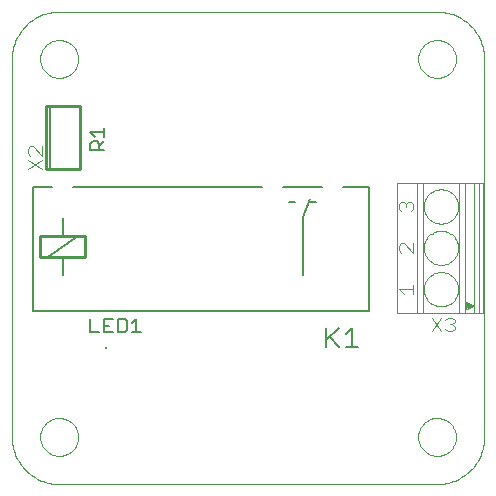
<source format=gto>
G75*
G70*
%OFA0B0*%
%FSLAX24Y24*%
%IPPOS*%
%LPD*%
%AMOC8*
5,1,8,0,0,1.08239X$1,22.5*
%
%ADD10C,0.0060*%
%ADD11C,0.0100*%
%ADD12C,0.0070*%
%ADD13C,0.0040*%
%ADD14C,0.0050*%
%ADD15R,0.0079X0.0079*%
%ADD16C,0.0000*%
D10*
X006309Y009173D02*
X006309Y013323D01*
X006959Y013323D01*
X007659Y013323D02*
X013959Y013323D01*
X014659Y013323D02*
X015959Y013323D01*
X015559Y012923D02*
X015309Y012323D01*
X015309Y010373D01*
X017509Y009173D02*
X017509Y013323D01*
X016659Y013323D01*
X015759Y012823D02*
X015559Y012823D01*
X015059Y012823D02*
X014859Y012823D01*
X017509Y009173D02*
X006309Y009173D01*
X007309Y010373D02*
X007309Y010973D01*
X006809Y010973D02*
X007809Y011673D01*
X007309Y011673D02*
X007309Y012273D01*
X006896Y013978D02*
X006896Y015993D01*
D11*
X006758Y016037D02*
X006758Y013934D01*
X007900Y013934D01*
X007900Y016037D01*
X006758Y016037D01*
X006559Y011673D02*
X007309Y011673D01*
X007809Y011673D01*
X008059Y011673D01*
X008059Y010973D01*
X007309Y010973D01*
X006809Y010973D01*
X006559Y010973D01*
X006559Y011673D01*
D12*
X016100Y008629D02*
X016100Y007998D01*
X016100Y008208D02*
X016521Y008629D01*
X016745Y008418D02*
X016955Y008629D01*
X016955Y007998D01*
X016745Y007998D02*
X017165Y007998D01*
X016521Y007998D02*
X016205Y008313D01*
D13*
X018442Y009128D02*
X019126Y009128D01*
X019126Y013458D01*
X018442Y013458D01*
X018442Y009128D01*
X018677Y009758D02*
X018524Y009911D01*
X018984Y009911D01*
X018984Y009758D02*
X018984Y010065D01*
X019639Y010390D02*
X019641Y010388D01*
X019348Y009915D02*
X019350Y009962D01*
X019356Y010009D01*
X019365Y010055D01*
X019379Y010100D01*
X019396Y010144D01*
X019417Y010187D01*
X019441Y010227D01*
X019468Y010266D01*
X019499Y010302D01*
X019532Y010335D01*
X019568Y010366D01*
X019607Y010393D01*
X019647Y010417D01*
X019690Y010438D01*
X019734Y010455D01*
X019779Y010469D01*
X019825Y010478D01*
X019872Y010484D01*
X019919Y010486D01*
X019966Y010484D01*
X020013Y010478D01*
X020059Y010469D01*
X020104Y010455D01*
X020148Y010438D01*
X020191Y010417D01*
X020231Y010393D01*
X020270Y010366D01*
X020306Y010335D01*
X020339Y010302D01*
X020370Y010266D01*
X020397Y010227D01*
X020421Y010187D01*
X020442Y010144D01*
X020459Y010100D01*
X020473Y010055D01*
X020482Y010009D01*
X020488Y009962D01*
X020490Y009915D01*
X020488Y009868D01*
X020482Y009821D01*
X020473Y009775D01*
X020459Y009730D01*
X020442Y009686D01*
X020421Y009643D01*
X020397Y009603D01*
X020370Y009564D01*
X020339Y009528D01*
X020306Y009495D01*
X020270Y009464D01*
X020231Y009437D01*
X020191Y009413D01*
X020148Y009392D01*
X020104Y009375D01*
X020059Y009361D01*
X020013Y009352D01*
X019966Y009346D01*
X019919Y009344D01*
X019872Y009346D01*
X019825Y009352D01*
X019779Y009361D01*
X019734Y009375D01*
X019690Y009392D01*
X019647Y009413D01*
X019607Y009437D01*
X019568Y009464D01*
X019532Y009495D01*
X019499Y009528D01*
X019468Y009564D01*
X019441Y009603D01*
X019417Y009643D01*
X019396Y009686D01*
X019379Y009730D01*
X019365Y009775D01*
X019356Y009821D01*
X019350Y009868D01*
X019348Y009915D01*
X019314Y009128D02*
X019126Y009128D01*
X019314Y009128D02*
X019314Y013458D01*
X019126Y013458D01*
X019314Y013458D02*
X020516Y013458D01*
X020516Y009128D01*
X020706Y009128D01*
X021025Y009128D01*
X021198Y009128D01*
X021316Y009128D01*
X021316Y013458D01*
X021198Y013458D01*
X021025Y013458D01*
X021025Y009128D01*
X021198Y009128D02*
X021198Y013458D01*
X021025Y013458D02*
X020706Y013458D01*
X020516Y013458D01*
X020706Y013458D02*
X020706Y009128D01*
X020754Y009238D02*
X020754Y009488D01*
X021004Y009363D01*
X020754Y009238D01*
X020754Y009268D02*
X020814Y009268D01*
X020754Y009306D02*
X020891Y009306D01*
X020968Y009345D02*
X020754Y009345D01*
X020754Y009383D02*
X020964Y009383D01*
X020887Y009422D02*
X020754Y009422D01*
X020754Y009460D02*
X020810Y009460D01*
X020516Y009128D02*
X019314Y009128D01*
X019604Y008968D02*
X019910Y008508D01*
X020064Y008585D02*
X020141Y008508D01*
X020294Y008508D01*
X020371Y008585D01*
X020371Y008661D01*
X020294Y008738D01*
X020217Y008738D01*
X020294Y008738D02*
X020371Y008815D01*
X020371Y008892D01*
X020294Y008968D01*
X020141Y008968D01*
X020064Y008892D01*
X019910Y008968D02*
X019604Y008508D01*
X018984Y011133D02*
X018677Y011440D01*
X018601Y011440D01*
X018524Y011363D01*
X018524Y011210D01*
X018601Y011133D01*
X018984Y011133D02*
X018984Y011440D01*
X019639Y011768D02*
X019641Y011766D01*
X019348Y011293D02*
X019350Y011340D01*
X019356Y011387D01*
X019365Y011433D01*
X019379Y011478D01*
X019396Y011522D01*
X019417Y011565D01*
X019441Y011605D01*
X019468Y011644D01*
X019499Y011680D01*
X019532Y011713D01*
X019568Y011744D01*
X019607Y011771D01*
X019647Y011795D01*
X019690Y011816D01*
X019734Y011833D01*
X019779Y011847D01*
X019825Y011856D01*
X019872Y011862D01*
X019919Y011864D01*
X019966Y011862D01*
X020013Y011856D01*
X020059Y011847D01*
X020104Y011833D01*
X020148Y011816D01*
X020191Y011795D01*
X020231Y011771D01*
X020270Y011744D01*
X020306Y011713D01*
X020339Y011680D01*
X020370Y011644D01*
X020397Y011605D01*
X020421Y011565D01*
X020442Y011522D01*
X020459Y011478D01*
X020473Y011433D01*
X020482Y011387D01*
X020488Y011340D01*
X020490Y011293D01*
X020488Y011246D01*
X020482Y011199D01*
X020473Y011153D01*
X020459Y011108D01*
X020442Y011064D01*
X020421Y011021D01*
X020397Y010981D01*
X020370Y010942D01*
X020339Y010906D01*
X020306Y010873D01*
X020270Y010842D01*
X020231Y010815D01*
X020191Y010791D01*
X020148Y010770D01*
X020104Y010753D01*
X020059Y010739D01*
X020013Y010730D01*
X019966Y010724D01*
X019919Y010722D01*
X019872Y010724D01*
X019825Y010730D01*
X019779Y010739D01*
X019734Y010753D01*
X019690Y010770D01*
X019647Y010791D01*
X019607Y010815D01*
X019568Y010842D01*
X019532Y010873D01*
X019499Y010906D01*
X019468Y010942D01*
X019441Y010981D01*
X019417Y011021D01*
X019396Y011064D01*
X019379Y011108D01*
X019365Y011153D01*
X019356Y011199D01*
X019350Y011246D01*
X019348Y011293D01*
X018908Y012508D02*
X018984Y012585D01*
X018984Y012738D01*
X018908Y012815D01*
X018831Y012815D01*
X018754Y012738D01*
X018754Y012661D01*
X018754Y012738D02*
X018677Y012815D01*
X018601Y012815D01*
X018524Y012738D01*
X018524Y012585D01*
X018601Y012508D01*
X019639Y013146D02*
X019641Y013144D01*
X019348Y012671D02*
X019350Y012718D01*
X019356Y012765D01*
X019365Y012811D01*
X019379Y012856D01*
X019396Y012900D01*
X019417Y012943D01*
X019441Y012983D01*
X019468Y013022D01*
X019499Y013058D01*
X019532Y013091D01*
X019568Y013122D01*
X019607Y013149D01*
X019647Y013173D01*
X019690Y013194D01*
X019734Y013211D01*
X019779Y013225D01*
X019825Y013234D01*
X019872Y013240D01*
X019919Y013242D01*
X019966Y013240D01*
X020013Y013234D01*
X020059Y013225D01*
X020104Y013211D01*
X020148Y013194D01*
X020191Y013173D01*
X020231Y013149D01*
X020270Y013122D01*
X020306Y013091D01*
X020339Y013058D01*
X020370Y013022D01*
X020397Y012983D01*
X020421Y012943D01*
X020442Y012900D01*
X020459Y012856D01*
X020473Y012811D01*
X020482Y012765D01*
X020488Y012718D01*
X020490Y012671D01*
X020488Y012624D01*
X020482Y012577D01*
X020473Y012531D01*
X020459Y012486D01*
X020442Y012442D01*
X020421Y012399D01*
X020397Y012359D01*
X020370Y012320D01*
X020339Y012284D01*
X020306Y012251D01*
X020270Y012220D01*
X020231Y012193D01*
X020191Y012169D01*
X020148Y012148D01*
X020104Y012131D01*
X020059Y012117D01*
X020013Y012108D01*
X019966Y012102D01*
X019919Y012100D01*
X019872Y012102D01*
X019825Y012108D01*
X019779Y012117D01*
X019734Y012131D01*
X019690Y012148D01*
X019647Y012169D01*
X019607Y012193D01*
X019568Y012220D01*
X019532Y012251D01*
X019499Y012284D01*
X019468Y012320D01*
X019441Y012359D01*
X019417Y012399D01*
X019396Y012442D01*
X019379Y012486D01*
X019365Y012531D01*
X019356Y012577D01*
X019350Y012624D01*
X019348Y012671D01*
X006609Y013906D02*
X006149Y014213D01*
X006226Y014366D02*
X006149Y014443D01*
X006149Y014596D01*
X006226Y014673D01*
X006302Y014673D01*
X006609Y014366D01*
X006609Y014673D01*
X006609Y014213D02*
X006149Y013906D01*
D14*
X008229Y014541D02*
X008229Y014766D01*
X008304Y014841D01*
X008454Y014841D01*
X008529Y014766D01*
X008529Y014541D01*
X008529Y014691D02*
X008679Y014841D01*
X008679Y015001D02*
X008679Y015301D01*
X008679Y015151D02*
X008229Y015151D01*
X008379Y015001D01*
X008229Y014541D02*
X008679Y014541D01*
X008685Y008924D02*
X008685Y008473D01*
X008985Y008473D01*
X009145Y008473D02*
X009370Y008473D01*
X009445Y008548D01*
X009445Y008848D01*
X009370Y008924D01*
X009145Y008924D01*
X009145Y008473D01*
X008835Y008698D02*
X008685Y008698D01*
X008525Y008473D02*
X008224Y008473D01*
X008224Y008924D01*
X008685Y008924D02*
X008985Y008924D01*
X009605Y008773D02*
X009756Y008924D01*
X009756Y008473D01*
X009906Y008473D02*
X009605Y008473D01*
D15*
X008739Y007948D03*
D16*
X005612Y004990D02*
X005612Y017589D01*
X006557Y017589D02*
X006559Y017639D01*
X006565Y017689D01*
X006575Y017738D01*
X006589Y017786D01*
X006606Y017833D01*
X006627Y017878D01*
X006652Y017922D01*
X006680Y017963D01*
X006712Y018002D01*
X006746Y018039D01*
X006783Y018073D01*
X006823Y018103D01*
X006865Y018130D01*
X006909Y018154D01*
X006955Y018175D01*
X007002Y018191D01*
X007050Y018204D01*
X007100Y018213D01*
X007149Y018218D01*
X007200Y018219D01*
X007250Y018216D01*
X007299Y018209D01*
X007348Y018198D01*
X007396Y018183D01*
X007442Y018165D01*
X007487Y018143D01*
X007530Y018117D01*
X007571Y018088D01*
X007610Y018056D01*
X007646Y018021D01*
X007678Y017983D01*
X007708Y017943D01*
X007735Y017900D01*
X007758Y017856D01*
X007777Y017810D01*
X007793Y017762D01*
X007805Y017713D01*
X007813Y017664D01*
X007817Y017614D01*
X007817Y017564D01*
X007813Y017514D01*
X007805Y017465D01*
X007793Y017416D01*
X007777Y017368D01*
X007758Y017322D01*
X007735Y017278D01*
X007708Y017235D01*
X007678Y017195D01*
X007646Y017157D01*
X007610Y017122D01*
X007571Y017090D01*
X007530Y017061D01*
X007487Y017035D01*
X007442Y017013D01*
X007396Y016995D01*
X007348Y016980D01*
X007299Y016969D01*
X007250Y016962D01*
X007200Y016959D01*
X007149Y016960D01*
X007100Y016965D01*
X007050Y016974D01*
X007002Y016987D01*
X006955Y017003D01*
X006909Y017024D01*
X006865Y017048D01*
X006823Y017075D01*
X006783Y017105D01*
X006746Y017139D01*
X006712Y017176D01*
X006680Y017215D01*
X006652Y017256D01*
X006627Y017300D01*
X006606Y017345D01*
X006589Y017392D01*
X006575Y017440D01*
X006565Y017489D01*
X006559Y017539D01*
X006557Y017589D01*
X005612Y017589D02*
X005614Y017666D01*
X005620Y017743D01*
X005629Y017820D01*
X005642Y017896D01*
X005659Y017972D01*
X005680Y018046D01*
X005704Y018120D01*
X005732Y018192D01*
X005763Y018262D01*
X005798Y018331D01*
X005836Y018399D01*
X005877Y018464D01*
X005922Y018527D01*
X005970Y018588D01*
X006020Y018647D01*
X006073Y018703D01*
X006129Y018756D01*
X006188Y018806D01*
X006249Y018854D01*
X006312Y018899D01*
X006377Y018940D01*
X006445Y018978D01*
X006514Y019013D01*
X006584Y019044D01*
X006656Y019072D01*
X006730Y019096D01*
X006804Y019117D01*
X006880Y019134D01*
X006956Y019147D01*
X007033Y019156D01*
X007110Y019162D01*
X007187Y019164D01*
X019785Y019164D01*
X019155Y017589D02*
X019157Y017639D01*
X019163Y017689D01*
X019173Y017738D01*
X019187Y017786D01*
X019204Y017833D01*
X019225Y017878D01*
X019250Y017922D01*
X019278Y017963D01*
X019310Y018002D01*
X019344Y018039D01*
X019381Y018073D01*
X019421Y018103D01*
X019463Y018130D01*
X019507Y018154D01*
X019553Y018175D01*
X019600Y018191D01*
X019648Y018204D01*
X019698Y018213D01*
X019747Y018218D01*
X019798Y018219D01*
X019848Y018216D01*
X019897Y018209D01*
X019946Y018198D01*
X019994Y018183D01*
X020040Y018165D01*
X020085Y018143D01*
X020128Y018117D01*
X020169Y018088D01*
X020208Y018056D01*
X020244Y018021D01*
X020276Y017983D01*
X020306Y017943D01*
X020333Y017900D01*
X020356Y017856D01*
X020375Y017810D01*
X020391Y017762D01*
X020403Y017713D01*
X020411Y017664D01*
X020415Y017614D01*
X020415Y017564D01*
X020411Y017514D01*
X020403Y017465D01*
X020391Y017416D01*
X020375Y017368D01*
X020356Y017322D01*
X020333Y017278D01*
X020306Y017235D01*
X020276Y017195D01*
X020244Y017157D01*
X020208Y017122D01*
X020169Y017090D01*
X020128Y017061D01*
X020085Y017035D01*
X020040Y017013D01*
X019994Y016995D01*
X019946Y016980D01*
X019897Y016969D01*
X019848Y016962D01*
X019798Y016959D01*
X019747Y016960D01*
X019698Y016965D01*
X019648Y016974D01*
X019600Y016987D01*
X019553Y017003D01*
X019507Y017024D01*
X019463Y017048D01*
X019421Y017075D01*
X019381Y017105D01*
X019344Y017139D01*
X019310Y017176D01*
X019278Y017215D01*
X019250Y017256D01*
X019225Y017300D01*
X019204Y017345D01*
X019187Y017392D01*
X019173Y017440D01*
X019163Y017489D01*
X019157Y017539D01*
X019155Y017589D01*
X019785Y019164D02*
X019862Y019162D01*
X019939Y019156D01*
X020016Y019147D01*
X020092Y019134D01*
X020168Y019117D01*
X020242Y019096D01*
X020316Y019072D01*
X020388Y019044D01*
X020458Y019013D01*
X020527Y018978D01*
X020595Y018940D01*
X020660Y018899D01*
X020723Y018854D01*
X020784Y018806D01*
X020843Y018756D01*
X020899Y018703D01*
X020952Y018647D01*
X021002Y018588D01*
X021050Y018527D01*
X021095Y018464D01*
X021136Y018399D01*
X021174Y018331D01*
X021209Y018262D01*
X021240Y018192D01*
X021268Y018120D01*
X021292Y018046D01*
X021313Y017972D01*
X021330Y017896D01*
X021343Y017820D01*
X021352Y017743D01*
X021358Y017666D01*
X021360Y017589D01*
X021360Y004990D01*
X019155Y004990D02*
X019157Y005040D01*
X019163Y005090D01*
X019173Y005139D01*
X019187Y005187D01*
X019204Y005234D01*
X019225Y005279D01*
X019250Y005323D01*
X019278Y005364D01*
X019310Y005403D01*
X019344Y005440D01*
X019381Y005474D01*
X019421Y005504D01*
X019463Y005531D01*
X019507Y005555D01*
X019553Y005576D01*
X019600Y005592D01*
X019648Y005605D01*
X019698Y005614D01*
X019747Y005619D01*
X019798Y005620D01*
X019848Y005617D01*
X019897Y005610D01*
X019946Y005599D01*
X019994Y005584D01*
X020040Y005566D01*
X020085Y005544D01*
X020128Y005518D01*
X020169Y005489D01*
X020208Y005457D01*
X020244Y005422D01*
X020276Y005384D01*
X020306Y005344D01*
X020333Y005301D01*
X020356Y005257D01*
X020375Y005211D01*
X020391Y005163D01*
X020403Y005114D01*
X020411Y005065D01*
X020415Y005015D01*
X020415Y004965D01*
X020411Y004915D01*
X020403Y004866D01*
X020391Y004817D01*
X020375Y004769D01*
X020356Y004723D01*
X020333Y004679D01*
X020306Y004636D01*
X020276Y004596D01*
X020244Y004558D01*
X020208Y004523D01*
X020169Y004491D01*
X020128Y004462D01*
X020085Y004436D01*
X020040Y004414D01*
X019994Y004396D01*
X019946Y004381D01*
X019897Y004370D01*
X019848Y004363D01*
X019798Y004360D01*
X019747Y004361D01*
X019698Y004366D01*
X019648Y004375D01*
X019600Y004388D01*
X019553Y004404D01*
X019507Y004425D01*
X019463Y004449D01*
X019421Y004476D01*
X019381Y004506D01*
X019344Y004540D01*
X019310Y004577D01*
X019278Y004616D01*
X019250Y004657D01*
X019225Y004701D01*
X019204Y004746D01*
X019187Y004793D01*
X019173Y004841D01*
X019163Y004890D01*
X019157Y004940D01*
X019155Y004990D01*
X019785Y003415D02*
X019862Y003417D01*
X019939Y003423D01*
X020016Y003432D01*
X020092Y003445D01*
X020168Y003462D01*
X020242Y003483D01*
X020316Y003507D01*
X020388Y003535D01*
X020458Y003566D01*
X020527Y003601D01*
X020595Y003639D01*
X020660Y003680D01*
X020723Y003725D01*
X020784Y003773D01*
X020843Y003823D01*
X020899Y003876D01*
X020952Y003932D01*
X021002Y003991D01*
X021050Y004052D01*
X021095Y004115D01*
X021136Y004180D01*
X021174Y004248D01*
X021209Y004317D01*
X021240Y004387D01*
X021268Y004459D01*
X021292Y004533D01*
X021313Y004607D01*
X021330Y004683D01*
X021343Y004759D01*
X021352Y004836D01*
X021358Y004913D01*
X021360Y004990D01*
X019785Y003416D02*
X007187Y003416D01*
X006557Y004990D02*
X006559Y005040D01*
X006565Y005090D01*
X006575Y005139D01*
X006589Y005187D01*
X006606Y005234D01*
X006627Y005279D01*
X006652Y005323D01*
X006680Y005364D01*
X006712Y005403D01*
X006746Y005440D01*
X006783Y005474D01*
X006823Y005504D01*
X006865Y005531D01*
X006909Y005555D01*
X006955Y005576D01*
X007002Y005592D01*
X007050Y005605D01*
X007100Y005614D01*
X007149Y005619D01*
X007200Y005620D01*
X007250Y005617D01*
X007299Y005610D01*
X007348Y005599D01*
X007396Y005584D01*
X007442Y005566D01*
X007487Y005544D01*
X007530Y005518D01*
X007571Y005489D01*
X007610Y005457D01*
X007646Y005422D01*
X007678Y005384D01*
X007708Y005344D01*
X007735Y005301D01*
X007758Y005257D01*
X007777Y005211D01*
X007793Y005163D01*
X007805Y005114D01*
X007813Y005065D01*
X007817Y005015D01*
X007817Y004965D01*
X007813Y004915D01*
X007805Y004866D01*
X007793Y004817D01*
X007777Y004769D01*
X007758Y004723D01*
X007735Y004679D01*
X007708Y004636D01*
X007678Y004596D01*
X007646Y004558D01*
X007610Y004523D01*
X007571Y004491D01*
X007530Y004462D01*
X007487Y004436D01*
X007442Y004414D01*
X007396Y004396D01*
X007348Y004381D01*
X007299Y004370D01*
X007250Y004363D01*
X007200Y004360D01*
X007149Y004361D01*
X007100Y004366D01*
X007050Y004375D01*
X007002Y004388D01*
X006955Y004404D01*
X006909Y004425D01*
X006865Y004449D01*
X006823Y004476D01*
X006783Y004506D01*
X006746Y004540D01*
X006712Y004577D01*
X006680Y004616D01*
X006652Y004657D01*
X006627Y004701D01*
X006606Y004746D01*
X006589Y004793D01*
X006575Y004841D01*
X006565Y004890D01*
X006559Y004940D01*
X006557Y004990D01*
X005612Y004990D02*
X005614Y004913D01*
X005620Y004836D01*
X005629Y004759D01*
X005642Y004683D01*
X005659Y004607D01*
X005680Y004533D01*
X005704Y004459D01*
X005732Y004387D01*
X005763Y004317D01*
X005798Y004248D01*
X005836Y004180D01*
X005877Y004115D01*
X005922Y004052D01*
X005970Y003991D01*
X006020Y003932D01*
X006073Y003876D01*
X006129Y003823D01*
X006188Y003773D01*
X006249Y003725D01*
X006312Y003680D01*
X006377Y003639D01*
X006445Y003601D01*
X006514Y003566D01*
X006584Y003535D01*
X006656Y003507D01*
X006730Y003483D01*
X006804Y003462D01*
X006880Y003445D01*
X006956Y003432D01*
X007033Y003423D01*
X007110Y003417D01*
X007187Y003415D01*
M02*

</source>
